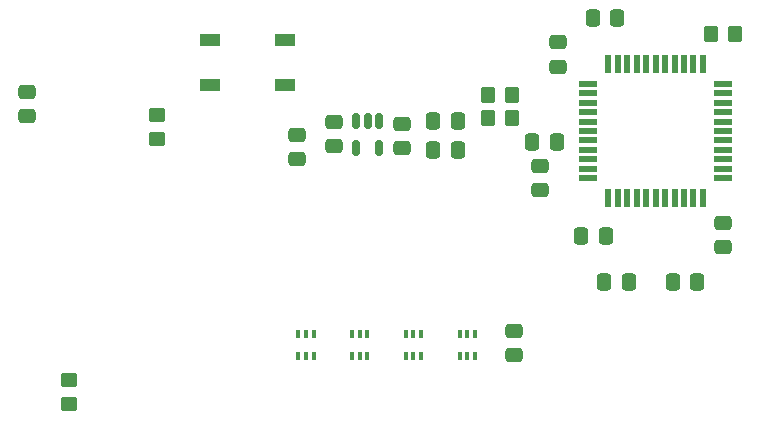
<source format=gtp>
G04 #@! TF.GenerationSoftware,KiCad,Pcbnew,(5.99.0-8445-ge10025db64)*
G04 #@! TF.CreationDate,2021-06-11T17:01:22+02:00*
G04 #@! TF.ProjectId,g100s,67313030-732e-46b6-9963-61645f706362,rev?*
G04 #@! TF.SameCoordinates,Original*
G04 #@! TF.FileFunction,Paste,Top*
G04 #@! TF.FilePolarity,Positive*
%FSLAX46Y46*%
G04 Gerber Fmt 4.6, Leading zero omitted, Abs format (unit mm)*
G04 Created by KiCad (PCBNEW (5.99.0-8445-ge10025db64)) date 2021-06-11 17:01:22*
%MOMM*%
%LPD*%
G01*
G04 APERTURE LIST*
G04 Aperture macros list*
%AMRoundRect*
0 Rectangle with rounded corners*
0 $1 Rounding radius*
0 $2 $3 $4 $5 $6 $7 $8 $9 X,Y pos of 4 corners*
0 Add a 4 corners polygon primitive as box body*
4,1,4,$2,$3,$4,$5,$6,$7,$8,$9,$2,$3,0*
0 Add four circle primitives for the rounded corners*
1,1,$1+$1,$2,$3*
1,1,$1+$1,$4,$5*
1,1,$1+$1,$6,$7*
1,1,$1+$1,$8,$9*
0 Add four rect primitives between the rounded corners*
20,1,$1+$1,$2,$3,$4,$5,0*
20,1,$1+$1,$4,$5,$6,$7,0*
20,1,$1+$1,$6,$7,$8,$9,0*
20,1,$1+$1,$8,$9,$2,$3,0*%
G04 Aperture macros list end*
%ADD10RoundRect,0.250000X0.337500X0.475000X-0.337500X0.475000X-0.337500X-0.475000X0.337500X-0.475000X0*%
%ADD11RoundRect,0.250000X0.475000X-0.337500X0.475000X0.337500X-0.475000X0.337500X-0.475000X-0.337500X0*%
%ADD12RoundRect,0.250000X-0.475000X0.337500X-0.475000X-0.337500X0.475000X-0.337500X0.475000X0.337500X0*%
%ADD13RoundRect,0.249600X0.450400X-0.350400X0.450400X0.350400X-0.450400X0.350400X-0.450400X-0.350400X0*%
%ADD14RoundRect,0.250000X0.450000X-0.350000X0.450000X0.350000X-0.450000X0.350000X-0.450000X-0.350000X0*%
%ADD15R,0.400000X0.650000*%
%ADD16RoundRect,0.250000X-0.350000X-0.450000X0.350000X-0.450000X0.350000X0.450000X-0.350000X0.450000X0*%
%ADD17RoundRect,0.250000X-0.337500X-0.475000X0.337500X-0.475000X0.337500X0.475000X-0.337500X0.475000X0*%
%ADD18RoundRect,0.250000X0.350000X0.450000X-0.350000X0.450000X-0.350000X-0.450000X0.350000X-0.450000X0*%
%ADD19R,1.500000X0.550000*%
%ADD20R,0.550000X1.500000*%
%ADD21RoundRect,0.150000X-0.150000X0.512500X-0.150000X-0.512500X0.150000X-0.512500X0.150000X0.512500X0*%
%ADD22R,1.700000X1.000000*%
G04 APERTURE END LIST*
D10*
X81005000Y-138075000D03*
X78930000Y-138075000D03*
D11*
X103480000Y-146357500D03*
X103480000Y-144282500D03*
D12*
X67450000Y-136832500D03*
X67450000Y-138907500D03*
D10*
X81015000Y-135615000D03*
X78940000Y-135615000D03*
D12*
X87972000Y-139432500D03*
X87972000Y-141507500D03*
D11*
X76330000Y-137977500D03*
X76330000Y-135902500D03*
D13*
X48100000Y-159600000D03*
D14*
X48100000Y-157600000D03*
D15*
X76620000Y-155580000D03*
X77270000Y-155580000D03*
X77920000Y-155580000D03*
X77920000Y-153680000D03*
X77270000Y-153680000D03*
X76620000Y-153680000D03*
D16*
X83580000Y-133420000D03*
X85580000Y-133420000D03*
D17*
X93402500Y-149240000D03*
X95477500Y-149240000D03*
D10*
X101307500Y-149240000D03*
X99232500Y-149240000D03*
D15*
X72070000Y-155580000D03*
X72720000Y-155580000D03*
X73370000Y-155580000D03*
X73370000Y-153680000D03*
X72720000Y-153680000D03*
X72070000Y-153680000D03*
D17*
X87312500Y-137430000D03*
X89387500Y-137430000D03*
D10*
X93547500Y-145410000D03*
X91472500Y-145410000D03*
D14*
X55550000Y-137150000D03*
X55550000Y-135150000D03*
D17*
X92432500Y-126960000D03*
X94507500Y-126960000D03*
D18*
X104500000Y-128290000D03*
X102500000Y-128290000D03*
D12*
X89530000Y-128962500D03*
X89530000Y-131037500D03*
X44520000Y-133162500D03*
X44520000Y-135237500D03*
D19*
X92071579Y-132494907D03*
X92071579Y-133294907D03*
X92071579Y-134094907D03*
X92071579Y-134894907D03*
X92071579Y-135694907D03*
X92071579Y-136494907D03*
X92071579Y-137294907D03*
X92071579Y-138094907D03*
X92071579Y-138894907D03*
X92071579Y-139694907D03*
X92071579Y-140494907D03*
D20*
X93771579Y-142194907D03*
X94571579Y-142194907D03*
X95371579Y-142194907D03*
X96171579Y-142194907D03*
X96971579Y-142194907D03*
X97771579Y-142194907D03*
X98571579Y-142194907D03*
X99371579Y-142194907D03*
X100171579Y-142194907D03*
X100971579Y-142194907D03*
X101771579Y-142194907D03*
D19*
X103471579Y-140494907D03*
X103471579Y-139694907D03*
X103471579Y-138894907D03*
X103471579Y-138094907D03*
X103471579Y-137294907D03*
X103471579Y-136494907D03*
X103471579Y-135694907D03*
X103471579Y-134894907D03*
X103471579Y-134094907D03*
X103471579Y-133294907D03*
X103471579Y-132494907D03*
D20*
X101771579Y-130794907D03*
X100971579Y-130794907D03*
X100171579Y-130794907D03*
X99371579Y-130794907D03*
X98571579Y-130794907D03*
X97771579Y-130794907D03*
X96971579Y-130794907D03*
X96171579Y-130794907D03*
X95371579Y-130794907D03*
X94571579Y-130794907D03*
X93771579Y-130794907D03*
D12*
X70550000Y-135722500D03*
X70550000Y-137797500D03*
D21*
X74330000Y-135672500D03*
X73380000Y-135672500D03*
X72430000Y-135672500D03*
X72430000Y-137947500D03*
X74330000Y-137947500D03*
D11*
X85770000Y-155487500D03*
X85770000Y-153412500D03*
D15*
X81170000Y-155580000D03*
X81820000Y-155580000D03*
X82470000Y-155580000D03*
X82470000Y-153680000D03*
X81820000Y-153680000D03*
X81170000Y-153680000D03*
D16*
X83570000Y-135420000D03*
X85570000Y-135420000D03*
D15*
X67520000Y-155580000D03*
X68170000Y-155580000D03*
X68820000Y-155580000D03*
X68820000Y-153680000D03*
X68170000Y-153680000D03*
X67520000Y-153680000D03*
D22*
X60060000Y-128770000D03*
X66360000Y-128770000D03*
X60060000Y-132570000D03*
X66360000Y-132570000D03*
M02*

</source>
